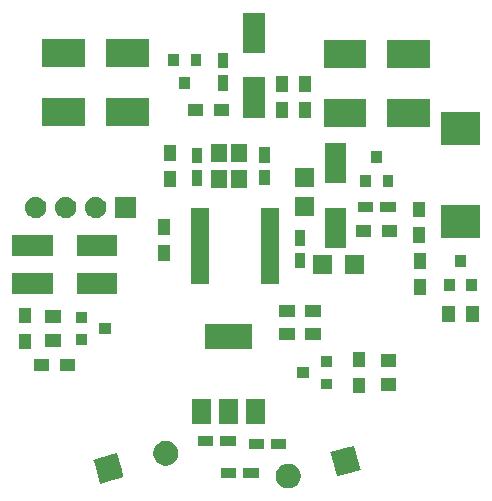
<source format=gbr>
From 46b2427524870fec441d3309b38e19ffa8d70973 Mon Sep 17 00:00:00 2001
From: jaseg <git@jaseg.net>
Date: Tue, 27 Nov 2018 10:50:48 +0900
Subject: Add prettified gerber output

---
 center/gerber.out/center-F.Mask.gbr | 1087 +++++++++++++++++++++++++++++++++++
 1 file changed, 1087 insertions(+)
 create mode 100644 center/gerber.out/center-F.Mask.gbr

(limited to 'center/gerber.out/center-F.Mask.gbr')

diff --git a/center/gerber.out/center-F.Mask.gbr b/center/gerber.out/center-F.Mask.gbr
new file mode 100644
index 0000000..c95e8c0
--- /dev/null
+++ b/center/gerber.out/center-F.Mask.gbr
@@ -0,0 +1,1087 @@
+G04 #@! TF.GenerationSoftware,KiCad,Pcbnew,(5.0.1)*
+G04 #@! TF.CreationDate,2018-11-27T10:01:39+09:00*
+G04 #@! TF.ProjectId,center,63656E7465722E6B696361645F706362,rev?*
+G04 #@! TF.SameCoordinates,Original*
+G04 #@! TF.FileFunction,Soldermask,Top*
+G04 #@! TF.FilePolarity,Negative*
+%FSLAX46Y46*%
+G04 Gerber Fmt 4.6, Leading zero omitted, Abs format (unit mm)*
+G04 Created by KiCad (PCBNEW (5.0.1)) date Tue Nov 27 10:01:39 2018*
+%MOMM*%
+%LPD*%
+G01*
+G04 APERTURE LIST*
+%ADD10C,0.100000*%
+G04 APERTURE END LIST*
+D10*
+G36*
+X104826936Y-118483484D02*
+X105018205Y-118562710D01*
+X105190347Y-118677732D01*
+X105336734Y-118824119D01*
+X105451756Y-118996261D01*
+X105530982Y-119187530D01*
+X105571371Y-119390579D01*
+X105571371Y-119597611D01*
+X105530982Y-119800660D01*
+X105451756Y-119991929D01*
+X105336734Y-120164071D01*
+X105190347Y-120310458D01*
+X105018205Y-120425480D01*
+X104826936Y-120504706D01*
+X104623887Y-120545095D01*
+X104416855Y-120545095D01*
+X104213806Y-120504706D01*
+X104022537Y-120425480D01*
+X103850395Y-120310458D01*
+X103704008Y-120164071D01*
+X103588986Y-119991929D01*
+X103509760Y-119800660D01*
+X103469371Y-119597611D01*
+X103469371Y-119390579D01*
+X103509760Y-119187530D01*
+X103588986Y-118996261D01*
+X103704008Y-118824119D01*
+X103850395Y-118677732D01*
+X104022537Y-118562710D01*
+X104213806Y-118483484D01*
+X104416855Y-118443095D01*
+X104623887Y-118443095D01*
+X104826936Y-118483484D01*
+X104826936Y-118483484D01*
+G37*
+G36*
+X90413040Y-118943169D02*
+X90558815Y-119487207D01*
+X90587207Y-119593170D01*
+X89099012Y-119991930D01*
+X88556831Y-120137207D01*
+X88556830Y-120137207D01*
+X88114737Y-118487290D01*
+X88012793Y-118106831D01*
+X88012793Y-118106830D01*
+X89682556Y-117659419D01*
+X90043169Y-117562793D01*
+X90043170Y-117562793D01*
+X90413040Y-118943169D01*
+X90413040Y-118943169D01*
+G37*
+G36*
+X100101000Y-119626000D02*
+X98799000Y-119626000D01*
+X98799000Y-118774000D01*
+X100101000Y-118774000D01*
+X100101000Y-119626000D01*
+X100101000Y-119626000D01*
+G37*
+G36*
+X102001000Y-119626000D02*
+X100699000Y-119626000D01*
+X100699000Y-118774000D01*
+X102001000Y-118774000D01*
+X102001000Y-119626000D01*
+X102001000Y-119626000D01*
+G37*
+G36*
+X110514035Y-118483484D02*
+X110605308Y-118824119D01*
+X110637207Y-118943170D01*
+X109035899Y-119372238D01*
+X108606831Y-119487207D01*
+X108606830Y-119487207D01*
+X108117076Y-117659419D01*
+X108062793Y-117456831D01*
+X108062793Y-117456830D01*
+X109664101Y-117027762D01*
+X110093169Y-116912793D01*
+X110093170Y-116912793D01*
+X110514035Y-118483484D01*
+X110514035Y-118483484D01*
+G37*
+G36*
+X94436194Y-116545294D02*
+X94627463Y-116624520D01*
+X94799605Y-116739542D01*
+X94945992Y-116885929D01*
+X95061014Y-117058071D01*
+X95140240Y-117249340D01*
+X95180629Y-117452389D01*
+X95180629Y-117659421D01*
+X95140240Y-117862470D01*
+X95061014Y-118053739D01*
+X94945992Y-118225881D01*
+X94799605Y-118372268D01*
+X94627463Y-118487290D01*
+X94436194Y-118566516D01*
+X94233145Y-118606905D01*
+X94026113Y-118606905D01*
+X93823064Y-118566516D01*
+X93631795Y-118487290D01*
+X93459653Y-118372268D01*
+X93313266Y-118225881D01*
+X93198244Y-118053739D01*
+X93119018Y-117862470D01*
+X93078629Y-117659421D01*
+X93078629Y-117452389D01*
+X93119018Y-117249340D01*
+X93198244Y-117058071D01*
+X93313266Y-116885929D01*
+X93459653Y-116739542D01*
+X93631795Y-116624520D01*
+X93823064Y-116545294D01*
+X94026113Y-116504905D01*
+X94233145Y-116504905D01*
+X94436194Y-116545294D01*
+X94436194Y-116545294D01*
+G37*
+G36*
+X104351000Y-117176000D02*
+X103049000Y-117176000D01*
+X103049000Y-116324000D01*
+X104351000Y-116324000D01*
+X104351000Y-117176000D01*
+X104351000Y-117176000D01*
+G37*
+G36*
+X102451000Y-117176000D02*
+X101149000Y-117176000D01*
+X101149000Y-116324000D01*
+X102451000Y-116324000D01*
+X102451000Y-117176000D01*
+X102451000Y-117176000D01*
+G37*
+G36*
+X98151000Y-116926000D02*
+X96849000Y-116926000D01*
+X96849000Y-116074000D01*
+X98151000Y-116074000D01*
+X98151000Y-116926000D01*
+X98151000Y-116926000D01*
+G37*
+G36*
+X100051000Y-116926000D02*
+X98749000Y-116926000D01*
+X98749000Y-116074000D01*
+X100051000Y-116074000D01*
+X100051000Y-116926000D01*
+X100051000Y-116926000D01*
+G37*
+G36*
+X102551000Y-115051000D02*
+X100949000Y-115051000D01*
+X100949000Y-112949000D01*
+X102551000Y-112949000D01*
+X102551000Y-115051000D01*
+X102551000Y-115051000D01*
+G37*
+G36*
+X97951000Y-115051000D02*
+X96349000Y-115051000D01*
+X96349000Y-112949000D01*
+X97951000Y-112949000D01*
+X97951000Y-115051000D01*
+X97951000Y-115051000D01*
+G37*
+G36*
+X100251000Y-115051000D02*
+X98649000Y-115051000D01*
+X98649000Y-112949000D01*
+X100251000Y-112949000D01*
+X100251000Y-115051000D01*
+X100251000Y-115051000D01*
+G37*
+G36*
+X111001000Y-112501000D02*
+X109999000Y-112501000D01*
+X109999000Y-111199000D01*
+X111001000Y-111199000D01*
+X111001000Y-112501000D01*
+X111001000Y-112501000D01*
+G37*
+G36*
+X113676000Y-112301000D02*
+X112324000Y-112301000D01*
+X112324000Y-111199000D01*
+X113676000Y-111199000D01*
+X113676000Y-112301000D01*
+X113676000Y-112301000D01*
+G37*
+G36*
+X108251000Y-112151000D02*
+X107249000Y-112151000D01*
+X107249000Y-111249000D01*
+X108251000Y-111249000D01*
+X108251000Y-112151000D01*
+X108251000Y-112151000D01*
+G37*
+G36*
+X106251000Y-111201000D02*
+X105249000Y-111201000D01*
+X105249000Y-110299000D01*
+X106251000Y-110299000D01*
+X106251000Y-111201000D01*
+X106251000Y-111201000D01*
+G37*
+G36*
+X84251000Y-110601000D02*
+X82949000Y-110601000D01*
+X82949000Y-109599000D01*
+X84251000Y-109599000D01*
+X84251000Y-110601000D01*
+X84251000Y-110601000D01*
+G37*
+G36*
+X86451000Y-110601000D02*
+X85149000Y-110601000D01*
+X85149000Y-109599000D01*
+X86451000Y-109599000D01*
+X86451000Y-110601000D01*
+X86451000Y-110601000D01*
+G37*
+G36*
+X111001000Y-110301000D02*
+X109999000Y-110301000D01*
+X109999000Y-108999000D01*
+X111001000Y-108999000D01*
+X111001000Y-110301000D01*
+X111001000Y-110301000D01*
+G37*
+G36*
+X113676000Y-110301000D02*
+X112324000Y-110301000D01*
+X112324000Y-109199000D01*
+X113676000Y-109199000D01*
+X113676000Y-110301000D01*
+X113676000Y-110301000D01*
+G37*
+G36*
+X108251000Y-110251000D02*
+X107249000Y-110251000D01*
+X107249000Y-109349000D01*
+X108251000Y-109349000D01*
+X108251000Y-110251000D01*
+X108251000Y-110251000D01*
+G37*
+G36*
+X101401000Y-108751000D02*
+X97499000Y-108751000D01*
+X97499000Y-106649000D01*
+X101401000Y-106649000D01*
+X101401000Y-108751000D01*
+X101401000Y-108751000D01*
+G37*
+G36*
+X82701000Y-108751000D02*
+X81699000Y-108751000D01*
+X81699000Y-107449000D01*
+X82701000Y-107449000D01*
+X82701000Y-108751000D01*
+X82701000Y-108751000D01*
+G37*
+G36*
+X85276000Y-108551000D02*
+X83924000Y-108551000D01*
+X83924000Y-107449000D01*
+X85276000Y-107449000D01*
+X85276000Y-108551000D01*
+X85276000Y-108551000D01*
+G37*
+G36*
+X87501000Y-108401000D02*
+X86499000Y-108401000D01*
+X86499000Y-107499000D01*
+X87501000Y-107499000D01*
+X87501000Y-108401000D01*
+X87501000Y-108401000D01*
+G37*
+G36*
+X107251000Y-108001000D02*
+X105949000Y-108001000D01*
+X105949000Y-106999000D01*
+X107251000Y-106999000D01*
+X107251000Y-108001000D01*
+X107251000Y-108001000D01*
+G37*
+G36*
+X105051000Y-108001000D02*
+X103749000Y-108001000D01*
+X103749000Y-106999000D01*
+X105051000Y-106999000D01*
+X105051000Y-108001000D01*
+X105051000Y-108001000D01*
+G37*
+G36*
+X89501000Y-107451000D02*
+X88499000Y-107451000D01*
+X88499000Y-106549000D01*
+X89501000Y-106549000D01*
+X89501000Y-107451000D01*
+X89501000Y-107451000D01*
+G37*
+G36*
+X85276000Y-106551000D02*
+X83924000Y-106551000D01*
+X83924000Y-105449000D01*
+X85276000Y-105449000D01*
+X85276000Y-106551000D01*
+X85276000Y-106551000D01*
+G37*
+G36*
+X82701000Y-106551000D02*
+X81699000Y-106551000D01*
+X81699000Y-105249000D01*
+X82701000Y-105249000D01*
+X82701000Y-106551000D01*
+X82701000Y-106551000D01*
+G37*
+G36*
+X87501000Y-106501000D02*
+X86499000Y-106501000D01*
+X86499000Y-105599000D01*
+X87501000Y-105599000D01*
+X87501000Y-106501000D01*
+X87501000Y-106501000D01*
+G37*
+G36*
+X118651000Y-106426000D02*
+X117549000Y-106426000D01*
+X117549000Y-105074000D01*
+X118651000Y-105074000D01*
+X118651000Y-106426000D01*
+X118651000Y-106426000D01*
+G37*
+G36*
+X120651000Y-106426000D02*
+X119549000Y-106426000D01*
+X119549000Y-105074000D01*
+X120651000Y-105074000D01*
+X120651000Y-106426000D01*
+X120651000Y-106426000D01*
+G37*
+G36*
+X107251000Y-106001000D02*
+X105949000Y-106001000D01*
+X105949000Y-104999000D01*
+X107251000Y-104999000D01*
+X107251000Y-106001000D01*
+X107251000Y-106001000D01*
+G37*
+G36*
+X105051000Y-106001000D02*
+X103749000Y-106001000D01*
+X103749000Y-104999000D01*
+X105051000Y-104999000D01*
+X105051000Y-106001000D01*
+X105051000Y-106001000D01*
+G37*
+G36*
+X116201000Y-104151000D02*
+X115199000Y-104151000D01*
+X115199000Y-102849000D01*
+X116201000Y-102849000D01*
+X116201000Y-104151000D01*
+X116201000Y-104151000D01*
+G37*
+G36*
+X84551000Y-104101000D02*
+X81149000Y-104101000D01*
+X81149000Y-102299000D01*
+X84551000Y-102299000D01*
+X84551000Y-104101000D01*
+X84551000Y-104101000D01*
+G37*
+G36*
+X90051000Y-104101000D02*
+X86649000Y-104101000D01*
+X86649000Y-102299000D01*
+X90051000Y-102299000D01*
+X90051000Y-104101000D01*
+X90051000Y-104101000D01*
+G37*
+G36*
+X118601000Y-103801000D02*
+X117699000Y-103801000D01*
+X117699000Y-102799000D01*
+X118601000Y-102799000D01*
+X118601000Y-103801000D01*
+X118601000Y-103801000D01*
+G37*
+G36*
+X120501000Y-103801000D02*
+X119599000Y-103801000D01*
+X119599000Y-102799000D01*
+X120501000Y-102799000D01*
+X120501000Y-103801000D01*
+X120501000Y-103801000D01*
+G37*
+G36*
+X97826000Y-103201000D02*
+X96274000Y-103201000D01*
+X96274000Y-96799000D01*
+X97826000Y-96799000D01*
+X97826000Y-103201000D01*
+X97826000Y-103201000D01*
+G37*
+G36*
+X103726000Y-103201000D02*
+X102174000Y-103201000D01*
+X102174000Y-96799000D01*
+X103726000Y-96799000D01*
+X103726000Y-103201000D01*
+X103726000Y-103201000D01*
+G37*
+G36*
+X108201000Y-102401000D02*
+X106599000Y-102401000D01*
+X106599000Y-100799000D01*
+X108201000Y-100799000D01*
+X108201000Y-102401000D01*
+X108201000Y-102401000D01*
+G37*
+G36*
+X110901000Y-102401000D02*
+X109299000Y-102401000D01*
+X109299000Y-100799000D01*
+X110901000Y-100799000D01*
+X110901000Y-102401000D01*
+X110901000Y-102401000D01*
+G37*
+G36*
+X116201000Y-101951000D02*
+X115199000Y-101951000D01*
+X115199000Y-100649000D01*
+X116201000Y-100649000D01*
+X116201000Y-101951000D01*
+X116201000Y-101951000D01*
+G37*
+G36*
+X105926000Y-101901000D02*
+X105074000Y-101901000D01*
+X105074000Y-100599000D01*
+X105926000Y-100599000D01*
+X105926000Y-101901000D01*
+X105926000Y-101901000D01*
+G37*
+G36*
+X119551000Y-101801000D02*
+X118649000Y-101801000D01*
+X118649000Y-100799000D01*
+X119551000Y-100799000D01*
+X119551000Y-101801000D01*
+X119551000Y-101801000D01*
+G37*
+G36*
+X94501000Y-101251000D02*
+X93499000Y-101251000D01*
+X93499000Y-99949000D01*
+X94501000Y-99949000D01*
+X94501000Y-101251000D01*
+X94501000Y-101251000D01*
+G37*
+G36*
+X90051000Y-100901000D02*
+X86649000Y-100901000D01*
+X86649000Y-99099000D01*
+X90051000Y-99099000D01*
+X90051000Y-100901000D01*
+X90051000Y-100901000D01*
+G37*
+G36*
+X84551000Y-100901000D02*
+X81149000Y-100901000D01*
+X81149000Y-99099000D01*
+X84551000Y-99099000D01*
+X84551000Y-100901000D01*
+X84551000Y-100901000D01*
+G37*
+G36*
+X109401000Y-100201000D02*
+X107599000Y-100201000D01*
+X107599000Y-96799000D01*
+X109401000Y-96799000D01*
+X109401000Y-100201000D01*
+X109401000Y-100201000D01*
+G37*
+G36*
+X105926000Y-100001000D02*
+X105074000Y-100001000D01*
+X105074000Y-98699000D01*
+X105926000Y-98699000D01*
+X105926000Y-100001000D01*
+X105926000Y-100001000D01*
+G37*
+G36*
+X116101000Y-99751000D02*
+X115099000Y-99751000D01*
+X115099000Y-98449000D01*
+X116101000Y-98449000D01*
+X116101000Y-99751000D01*
+X116101000Y-99751000D01*
+G37*
+G36*
+X120751000Y-99351000D02*
+X117449000Y-99351000D01*
+X117449000Y-96549000D01*
+X120751000Y-96549000D01*
+X120751000Y-99351000D01*
+X120751000Y-99351000D01*
+G37*
+G36*
+X113751000Y-99251000D02*
+X112449000Y-99251000D01*
+X112449000Y-98249000D01*
+X113751000Y-98249000D01*
+X113751000Y-99251000D01*
+X113751000Y-99251000D01*
+G37*
+G36*
+X111551000Y-99251000D02*
+X110249000Y-99251000D01*
+X110249000Y-98249000D01*
+X111551000Y-98249000D01*
+X111551000Y-99251000D01*
+X111551000Y-99251000D01*
+G37*
+G36*
+X94501000Y-99051000D02*
+X93499000Y-99051000D01*
+X93499000Y-97749000D01*
+X94501000Y-97749000D01*
+X94501000Y-99051000D01*
+X94501000Y-99051000D01*
+G37*
+G36*
+X91651000Y-97651000D02*
+X89849000Y-97651000D01*
+X89849000Y-95849000D01*
+X91651000Y-95849000D01*
+X91651000Y-97651000D01*
+X91651000Y-97651000D01*
+G37*
+G36*
+X88320443Y-95855519D02*
+X88386627Y-95862037D01*
+X88499853Y-95896384D01*
+X88556467Y-95913557D01*
+X88695087Y-95987652D01*
+X88712991Y-95997222D01*
+X88748729Y-96026552D01*
+X88850186Y-96109814D01*
+X88933448Y-96211271D01*
+X88962778Y-96247009D01*
+X88962779Y-96247011D01*
+X89046443Y-96403533D01*
+X89046443Y-96403534D01*
+X89097963Y-96573373D01*
+X89115359Y-96750000D01*
+X89097963Y-96926627D01*
+X89063616Y-97039853D01*
+X89046443Y-97096467D01*
+X89003931Y-97176000D01*
+X88962778Y-97252991D01*
+X88933448Y-97288729D01*
+X88850186Y-97390186D01*
+X88748729Y-97473448D01*
+X88712991Y-97502778D01*
+X88712989Y-97502779D01*
+X88556467Y-97586443D01*
+X88499853Y-97603616D01*
+X88386627Y-97637963D01*
+X88320442Y-97644482D01*
+X88254260Y-97651000D01*
+X88165740Y-97651000D01*
+X88099558Y-97644482D01*
+X88033373Y-97637963D01*
+X87920147Y-97603616D01*
+X87863533Y-97586443D01*
+X87707011Y-97502779D01*
+X87707009Y-97502778D01*
+X87671271Y-97473448D01*
+X87569814Y-97390186D01*
+X87486552Y-97288729D01*
+X87457222Y-97252991D01*
+X87416069Y-97176000D01*
+X87373557Y-97096467D01*
+X87356384Y-97039853D01*
+X87322037Y-96926627D01*
+X87304641Y-96750000D01*
+X87322037Y-96573373D01*
+X87373557Y-96403534D01*
+X87373557Y-96403533D01*
+X87457221Y-96247011D01*
+X87457222Y-96247009D01*
+X87486552Y-96211271D01*
+X87569814Y-96109814D01*
+X87671271Y-96026552D01*
+X87707009Y-95997222D01*
+X87724913Y-95987652D01*
+X87863533Y-95913557D01*
+X87920147Y-95896384D01*
+X88033373Y-95862037D01*
+X88099557Y-95855519D01*
+X88165740Y-95849000D01*
+X88254260Y-95849000D01*
+X88320443Y-95855519D01*
+X88320443Y-95855519D01*
+G37*
+G36*
+X85780444Y-95855519D02*
+X85846628Y-95862037D01*
+X85959854Y-95896384D01*
+X86016468Y-95913557D01*
+X86155088Y-95987652D01*
+X86172992Y-95997222D01*
+X86208730Y-96026552D01*
+X86310187Y-96109814D01*
+X86393449Y-96211271D01*
+X86422779Y-96247009D01*
+X86422780Y-96247011D01*
+X86506444Y-96403533D01*
+X86506444Y-96403534D01*
+X86557964Y-96573373D01*
+X86575360Y-96750000D01*
+X86557964Y-96926627D01*
+X86523617Y-97039853D01*
+X86506444Y-97096467D01*
+X86463932Y-97176000D01*
+X86422779Y-97252991D01*
+X86393449Y-97288729D01*
+X86310187Y-97390186D01*
+X86208730Y-97473448D01*
+X86172992Y-97502778D01*
+X86172990Y-97502779D01*
+X86016468Y-97586443D01*
+X85959854Y-97603616D01*
+X85846628Y-97637963D01*
+X85780443Y-97644482D01*
+X85714261Y-97651000D01*
+X85625741Y-97651000D01*
+X85559559Y-97644482D01*
+X85493374Y-97637963D01*
+X85380148Y-97603616D01*
+X85323534Y-97586443D01*
+X85167012Y-97502779D01*
+X85167010Y-97502778D01*
+X85131272Y-97473448D01*
+X85029815Y-97390186D01*
+X84946553Y-97288729D01*
+X84917223Y-97252991D01*
+X84876070Y-97176000D01*
+X84833558Y-97096467D01*
+X84816385Y-97039853D01*
+X84782038Y-96926627D01*
+X84764642Y-96750000D01*
+X84782038Y-96573373D01*
+X84833558Y-96403534D01*
+X84833558Y-96403533D01*
+X84917222Y-96247011D01*
+X84917223Y-96247009D01*
+X84946553Y-96211271D01*
+X85029815Y-96109814D01*
+X85131272Y-96026552D01*
+X85167010Y-95997222D01*
+X85184914Y-95987652D01*
+X85323534Y-95913557D01*
+X85380148Y-95896384D01*
+X85493374Y-95862037D01*
+X85559558Y-95855519D01*
+X85625741Y-95849000D01*
+X85714261Y-95849000D01*
+X85780444Y-95855519D01*
+X85780444Y-95855519D01*
+G37*
+G36*
+X83240443Y-95855519D02*
+X83306627Y-95862037D01*
+X83419853Y-95896384D01*
+X83476467Y-95913557D01*
+X83615087Y-95987652D01*
+X83632991Y-95997222D01*
+X83668729Y-96026552D01*
+X83770186Y-96109814D01*
+X83853448Y-96211271D01*
+X83882778Y-96247009D01*
+X83882779Y-96247011D01*
+X83966443Y-96403533D01*
+X83966443Y-96403534D01*
+X84017963Y-96573373D01*
+X84035359Y-96750000D01*
+X84017963Y-96926627D01*
+X83983616Y-97039853D01*
+X83966443Y-97096467D01*
+X83923931Y-97176000D01*
+X83882778Y-97252991D01*
+X83853448Y-97288729D01*
+X83770186Y-97390186D01*
+X83668729Y-97473448D01*
+X83632991Y-97502778D01*
+X83632989Y-97502779D01*
+X83476467Y-97586443D01*
+X83419853Y-97603616D01*
+X83306627Y-97637963D01*
+X83240442Y-97644482D01*
+X83174260Y-97651000D01*
+X83085740Y-97651000D01*
+X83019558Y-97644482D01*
+X82953373Y-97637963D01*
+X82840147Y-97603616D01*
+X82783533Y-97586443D01*
+X82627011Y-97502779D01*
+X82627009Y-97502778D01*
+X82591271Y-97473448D01*
+X82489814Y-97390186D01*
+X82406552Y-97288729D01*
+X82377222Y-97252991D01*
+X82336069Y-97176000D01*
+X82293557Y-97096467D01*
+X82276384Y-97039853D01*
+X82242037Y-96926627D01*
+X82224641Y-96750000D01*
+X82242037Y-96573373D01*
+X82293557Y-96403534D01*
+X82293557Y-96403533D01*
+X82377221Y-96247011D01*
+X82377222Y-96247009D01*
+X82406552Y-96211271D01*
+X82489814Y-96109814D01*
+X82591271Y-96026552D01*
+X82627009Y-95997222D01*
+X82644913Y-95987652D01*
+X82783533Y-95913557D01*
+X82840147Y-95896384D01*
+X82953373Y-95862037D01*
+X83019557Y-95855519D01*
+X83085740Y-95849000D01*
+X83174260Y-95849000D01*
+X83240443Y-95855519D01*
+X83240443Y-95855519D01*
+G37*
+G36*
+X116101000Y-97551000D02*
+X115099000Y-97551000D01*
+X115099000Y-96249000D01*
+X116101000Y-96249000D01*
+X116101000Y-97551000D01*
+X116101000Y-97551000D01*
+G37*
+G36*
+X106701000Y-97501000D02*
+X105099000Y-97501000D01*
+X105099000Y-95899000D01*
+X106701000Y-95899000D01*
+X106701000Y-97501000D01*
+X106701000Y-97501000D01*
+G37*
+G36*
+X113601000Y-97176000D02*
+X112299000Y-97176000D01*
+X112299000Y-96324000D01*
+X113601000Y-96324000D01*
+X113601000Y-97176000D01*
+X113601000Y-97176000D01*
+G37*
+G36*
+X111701000Y-97176000D02*
+X110399000Y-97176000D01*
+X110399000Y-96324000D01*
+X111701000Y-96324000D01*
+X111701000Y-97176000D01*
+X111701000Y-97176000D01*
+G37*
+G36*
+X99301000Y-95101000D02*
+X97999000Y-95101000D01*
+X97999000Y-93599000D01*
+X99301000Y-93599000D01*
+X99301000Y-95101000D01*
+X99301000Y-95101000D01*
+G37*
+G36*
+X101001000Y-95101000D02*
+X99699000Y-95101000D01*
+X99699000Y-93599000D01*
+X101001000Y-93599000D01*
+X101001000Y-95101000D01*
+X101001000Y-95101000D01*
+G37*
+G36*
+X95001000Y-95001000D02*
+X93999000Y-95001000D01*
+X93999000Y-93699000D01*
+X95001000Y-93699000D01*
+X95001000Y-95001000D01*
+X95001000Y-95001000D01*
+G37*
+G36*
+X106701000Y-95001000D02*
+X105099000Y-95001000D01*
+X105099000Y-93399000D01*
+X106701000Y-93399000D01*
+X106701000Y-95001000D01*
+X106701000Y-95001000D01*
+G37*
+G36*
+X111501000Y-95001000D02*
+X110599000Y-95001000D01*
+X110599000Y-93999000D01*
+X111501000Y-93999000D01*
+X111501000Y-95001000D01*
+X111501000Y-95001000D01*
+G37*
+G36*
+X113401000Y-95001000D02*
+X112499000Y-95001000D01*
+X112499000Y-93999000D01*
+X113401000Y-93999000D01*
+X113401000Y-95001000D01*
+X113401000Y-95001000D01*
+G37*
+G36*
+X97176000Y-94901000D02*
+X96324000Y-94901000D01*
+X96324000Y-93599000D01*
+X97176000Y-93599000D01*
+X97176000Y-94901000D01*
+X97176000Y-94901000D01*
+G37*
+G36*
+X102926000Y-94851000D02*
+X102074000Y-94851000D01*
+X102074000Y-93549000D01*
+X102926000Y-93549000D01*
+X102926000Y-94851000D01*
+X102926000Y-94851000D01*
+G37*
+G36*
+X109401000Y-94701000D02*
+X107599000Y-94701000D01*
+X107599000Y-91299000D01*
+X109401000Y-91299000D01*
+X109401000Y-94701000D01*
+X109401000Y-94701000D01*
+G37*
+G36*
+X97176000Y-93001000D02*
+X96324000Y-93001000D01*
+X96324000Y-91699000D01*
+X97176000Y-91699000D01*
+X97176000Y-93001000D01*
+X97176000Y-93001000D01*
+G37*
+G36*
+X112451000Y-93001000D02*
+X111549000Y-93001000D01*
+X111549000Y-91999000D01*
+X112451000Y-91999000D01*
+X112451000Y-93001000D01*
+X112451000Y-93001000D01*
+G37*
+G36*
+X102926000Y-92951000D02*
+X102074000Y-92951000D01*
+X102074000Y-91649000D01*
+X102926000Y-91649000D01*
+X102926000Y-92951000D01*
+X102926000Y-92951000D01*
+G37*
+G36*
+X101001000Y-92901000D02*
+X99699000Y-92901000D01*
+X99699000Y-91399000D01*
+X101001000Y-91399000D01*
+X101001000Y-92901000D01*
+X101001000Y-92901000D01*
+G37*
+G36*
+X99301000Y-92901000D02*
+X97999000Y-92901000D01*
+X97999000Y-91399000D01*
+X99301000Y-91399000D01*
+X99301000Y-92901000D01*
+X99301000Y-92901000D01*
+G37*
+G36*
+X95001000Y-92801000D02*
+X93999000Y-92801000D01*
+X93999000Y-91499000D01*
+X95001000Y-91499000D01*
+X95001000Y-92801000D01*
+X95001000Y-92801000D01*
+G37*
+G36*
+X120751000Y-91451000D02*
+X117449000Y-91451000D01*
+X117449000Y-88649000D01*
+X120751000Y-88649000D01*
+X120751000Y-91451000D01*
+X120751000Y-91451000D01*
+G37*
+G36*
+X111101000Y-89951000D02*
+X107499000Y-89951000D01*
+X107499000Y-87549000D01*
+X111101000Y-87549000D01*
+X111101000Y-89951000D01*
+X111101000Y-89951000D01*
+G37*
+G36*
+X116501000Y-89951000D02*
+X112899000Y-89951000D01*
+X112899000Y-87549000D01*
+X116501000Y-87549000D01*
+X116501000Y-89951000D01*
+X116501000Y-89951000D01*
+G37*
+G36*
+X92679544Y-89863480D02*
+X89077544Y-89863480D01*
+X89077544Y-87461480D01*
+X92679544Y-87461480D01*
+X92679544Y-89863480D01*
+X92679544Y-89863480D01*
+G37*
+G36*
+X87279544Y-89863480D02*
+X83677544Y-89863480D01*
+X83677544Y-87461480D01*
+X87279544Y-87461480D01*
+X87279544Y-89863480D01*
+X87279544Y-89863480D01*
+G37*
+G36*
+X106451000Y-89151000D02*
+X105449000Y-89151000D01*
+X105449000Y-87849000D01*
+X106451000Y-87849000D01*
+X106451000Y-89151000D01*
+X106451000Y-89151000D01*
+G37*
+G36*
+X104451000Y-89151000D02*
+X103449000Y-89151000D01*
+X103449000Y-87849000D01*
+X104451000Y-87849000D01*
+X104451000Y-89151000D01*
+X104451000Y-89151000D01*
+G37*
+G36*
+X102501000Y-89151000D02*
+X100699000Y-89151000D01*
+X100699000Y-85749000D01*
+X102501000Y-85749000D01*
+X102501000Y-89151000D01*
+X102501000Y-89151000D01*
+G37*
+G36*
+X97301000Y-89001000D02*
+X95999000Y-89001000D01*
+X95999000Y-87999000D01*
+X97301000Y-87999000D01*
+X97301000Y-89001000D01*
+X97301000Y-89001000D01*
+G37*
+G36*
+X99501000Y-89001000D02*
+X98199000Y-89001000D01*
+X98199000Y-87999000D01*
+X99501000Y-87999000D01*
+X99501000Y-89001000D01*
+X99501000Y-89001000D01*
+G37*
+G36*
+X104451000Y-86951000D02*
+X103449000Y-86951000D01*
+X103449000Y-85649000D01*
+X104451000Y-85649000D01*
+X104451000Y-86951000D01*
+X104451000Y-86951000D01*
+G37*
+G36*
+X106451000Y-86951000D02*
+X105449000Y-86951000D01*
+X105449000Y-85649000D01*
+X106451000Y-85649000D01*
+X106451000Y-86951000D01*
+X106451000Y-86951000D01*
+G37*
+G36*
+X99426000Y-86851000D02*
+X98574000Y-86851000D01*
+X98574000Y-85549000D01*
+X99426000Y-85549000D01*
+X99426000Y-86851000D01*
+X99426000Y-86851000D01*
+G37*
+G36*
+X96201000Y-86751000D02*
+X95299000Y-86751000D01*
+X95299000Y-85749000D01*
+X96201000Y-85749000D01*
+X96201000Y-86751000D01*
+X96201000Y-86751000D01*
+G37*
+G36*
+X116501000Y-84951000D02*
+X112899000Y-84951000D01*
+X112899000Y-82549000D01*
+X116501000Y-82549000D01*
+X116501000Y-84951000D01*
+X116501000Y-84951000D01*
+G37*
+G36*
+X99426000Y-84951000D02*
+X98574000Y-84951000D01*
+X98574000Y-83649000D01*
+X99426000Y-83649000D01*
+X99426000Y-84951000D01*
+X99426000Y-84951000D01*
+G37*
+G36*
+X111101000Y-84951000D02*
+X107499000Y-84951000D01*
+X107499000Y-82549000D01*
+X111101000Y-82549000D01*
+X111101000Y-84951000D01*
+X111101000Y-84951000D01*
+G37*
+G36*
+X87279544Y-84863480D02*
+X83677544Y-84863480D01*
+X83677544Y-82461480D01*
+X87279544Y-82461480D01*
+X87279544Y-84863480D01*
+X87279544Y-84863480D01*
+G37*
+G36*
+X92679544Y-84863480D02*
+X89077544Y-84863480D01*
+X89077544Y-82461480D01*
+X92679544Y-82461480D01*
+X92679544Y-84863480D01*
+X92679544Y-84863480D01*
+G37*
+G36*
+X95251000Y-84751000D02*
+X94349000Y-84751000D01*
+X94349000Y-83749000D01*
+X95251000Y-83749000D01*
+X95251000Y-84751000D01*
+X95251000Y-84751000D01*
+G37*
+G36*
+X97151000Y-84751000D02*
+X96249000Y-84751000D01*
+X96249000Y-83749000D01*
+X97151000Y-83749000D01*
+X97151000Y-84751000D01*
+X97151000Y-84751000D01*
+G37*
+G36*
+X102501000Y-83651000D02*
+X100699000Y-83651000D01*
+X100699000Y-80249000D01*
+X102501000Y-80249000D01*
+X102501000Y-83651000D01*
+X102501000Y-83651000D01*
+G37*
+M02*
-- 
cgit 


</source>
